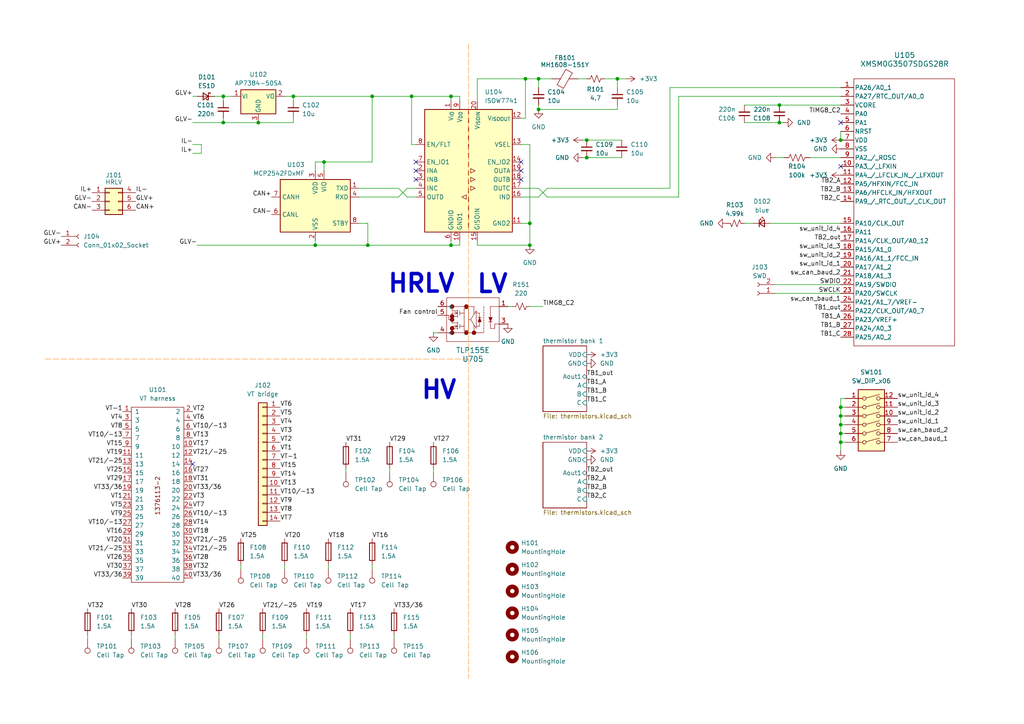
<source format=kicad_sch>
(kicad_sch (version 20250114) (generator "eeschema") (generator_version "9.0")
  (paper "A4")
  (text "HRLV" (at 132.334 85.344 0) (effects (font (size 5.08 5.08) (thickness 1.016) (bold yes)) (justify right bottom)))
  (text "LV" (at 137.922 79.502 0) (effects (font (size 5.08 5.08) (thickness 1.016) (bold yes)) (justify left top)))
  (text "HV" (at 132.842 110.236 0) (effects (font (size 5.08 5.08) (thickness 1.016) (bold yes)) (justify right top)))
  (junction (at 170.18 40.64))
  (junction (at 226.06 35.56))
  (junction (at 130.81 71.12))
  (junction (at 153.67 64.77))
  (junction (at 64.77 35.56))
  (junction (at 243.84 125.73))
  (junction (at 106.68 71.12))
  (junction (at 243.84 40.64))
  (junction (at 64.77 27.94))
  (junction (at 156.21 31.75))
  (junction (at 119.38 27.94))
  (junction (at 91.44 71.12))
  (junction (at 156.21 22.86))
  (junction (at 179.07 22.86))
  (junction (at 243.84 123.19))
  (junction (at 85.09 27.94))
  (junction (at 130.81 27.94))
  (junction (at 107.95 27.94))
  (junction (at 170.18 45.72))
  (junction (at 243.84 120.65))
  (junction (at 226.06 30.48))
  (junction (at 152.4 22.86))
  (junction (at 74.93 35.56))
  (junction (at 153.67 71.12))
  (junction (at 93.98 46.99))
  (junction (at 243.84 128.27))
  (junction (at 243.84 118.11))
  (no_connect (at 243.84 35.56))
  (no_connect (at 120.65 49.53))
  (no_connect (at 151.13 52.07))
  (no_connect (at 120.65 46.99))
  (no_connect (at 151.13 46.99))
  (no_connect (at 151.13 49.53))
  (no_connect (at 120.65 52.07))
  (no_connect (at 243.84 48.26))
  (no_connect (at 55.88 134.62))
  (wire (pts (xy 115.57 54.61) (xy 118.11 57.15)))
  (wire (pts (xy 245.11 115.57) (xy 243.84 115.57)))
  (wire (pts (xy 55.88 35.56) (xy 64.77 35.56)))
  (wire (pts (xy 243.84 123.19) (xy 243.84 125.73)))
  (wire (pts (xy 243.84 125.73) (xy 243.84 128.27)))
  (wire (pts (xy 224.79 45.72) (xy 227.33 45.72)))
  (wire (pts (xy 245.11 118.11) (xy 243.84 118.11)))
  (wire (pts (xy 118.11 54.61) (xy 115.57 57.15)))
  (wire (pts (xy 153.67 71.12) (xy 153.67 64.77)))
  (wire (pts (xy 153.67 41.91) (xy 151.13 41.91)))
  (wire (pts (xy 243.84 38.1) (xy 243.84 40.64)))
  (wire (pts (xy 55.88 41.91) (xy 58.42 41.91)))
  (wire (pts (xy 168.91 40.64) (xy 170.18 40.64)))
  (wire (pts (xy 151.13 54.61) (xy 156.21 54.61)))
  (wire (pts (xy 243.84 27.94) (xy 196.85 27.94)))
  (wire (pts (xy 138.43 69.85) (xy 138.43 71.12)))
  (wire (pts (xy 179.07 25.4) (xy 179.07 22.86)))
  (wire (pts (xy 119.38 27.94) (xy 130.81 27.94)))
  (wire (pts (xy 120.65 41.91) (xy 119.38 41.91)))
  (wire (pts (xy 153.67 64.77) (xy 153.67 41.91)))
  (wire (pts (xy 151.13 34.29) (xy 152.4 34.29)))
  (wire (pts (xy 107.95 163.83) (xy 107.95 165.1)))
  (wire (pts (xy 170.18 40.64) (xy 180.34 40.64)))
  (wire (pts (xy 215.9 35.56) (xy 226.06 35.56)))
  (wire (pts (xy 64.77 27.94) (xy 64.77 29.21)))
  (wire (pts (xy 119.38 27.94) (xy 119.38 41.91)))
  (wire (pts (xy 170.18 45.72) (xy 180.34 45.72)))
  (wire (pts (xy 151.13 64.77) (xy 153.67 64.77)))
  (wire (pts (xy 125.73 135.89) (xy 125.73 137.16)))
  (wire (pts (xy 82.55 163.83) (xy 82.55 165.1)))
  (wire (pts (xy 100.33 135.89) (xy 100.33 137.16)))
  (wire (pts (xy 76.2 184.15) (xy 76.2 185.42)))
  (wire (pts (xy 224.79 82.55) (xy 243.84 82.55)))
  (wire (pts (xy 130.81 27.94) (xy 130.81 29.21)))
  (wire (pts (xy 120.65 54.61) (xy 118.11 54.61)))
  (wire (pts (xy 114.3 184.15) (xy 114.3 185.42)))
  (wire (pts (xy 130.81 27.94) (xy 133.35 27.94)))
  (wire (pts (xy 38.1 184.15) (xy 38.1 185.42)))
  (wire (pts (xy 179.07 22.86) (xy 181.61 22.86)))
  (wire (pts (xy 194.31 25.4) (xy 243.84 25.4)))
  (wire (pts (xy 156.21 22.86) (xy 160.02 22.86)))
  (wire (pts (xy 156.21 57.15) (xy 158.75 54.61)))
  (wire (pts (xy 243.84 120.65) (xy 243.84 123.19)))
  (polyline (pts (xy 135.89 104.14) (xy 12.7 104.14)) (stroke (width 0) (type dash) (color 255 146 46 1)))
  (wire (pts (xy 243.84 128.27) (xy 243.84 130.81)))
  (wire (pts (xy 157.48 88.9) (xy 153.67 88.9)))
  (wire (pts (xy 151.13 57.15) (xy 156.21 57.15)))
  (wire (pts (xy 106.68 71.12) (xy 130.81 71.12)))
  (wire (pts (xy 85.09 27.94) (xy 85.09 29.21)))
  (wire (pts (xy 62.23 27.94) (xy 64.77 27.94)))
  (wire (pts (xy 25.4 184.15) (xy 25.4 185.42)))
  (wire (pts (xy 85.09 35.56) (xy 85.09 34.29)))
  (wire (pts (xy 179.07 31.75) (xy 179.07 30.48)))
  (wire (pts (xy 245.11 128.27) (xy 243.84 128.27)))
  (wire (pts (xy 91.44 71.12) (xy 106.68 71.12)))
  (wire (pts (xy 63.5 184.15) (xy 63.5 185.42)))
  (wire (pts (xy 64.77 27.94) (xy 67.31 27.94)))
  (wire (pts (xy 196.85 57.15) (xy 158.75 57.15)))
  (wire (pts (xy 64.77 34.29) (xy 64.77 35.56)))
  (wire (pts (xy 243.84 115.57) (xy 243.84 118.11)))
  (wire (pts (xy 93.98 46.99) (xy 91.44 46.99)))
  (wire (pts (xy 156.21 54.61) (xy 158.75 57.15)))
  (wire (pts (xy 95.25 163.83) (xy 95.25 165.1)))
  (wire (pts (xy 55.88 27.94) (xy 57.15 27.94)))
  (wire (pts (xy 243.84 118.11) (xy 243.84 120.65)))
  (wire (pts (xy 93.98 46.99) (xy 107.95 46.99)))
  (wire (pts (xy 130.81 69.85) (xy 130.81 71.12)))
  (wire (pts (xy 69.85 163.83) (xy 69.85 165.1)))
  (wire (pts (xy 223.52 64.77) (xy 243.84 64.77)))
  (wire (pts (xy 226.06 35.56) (xy 227.33 35.56)))
  (wire (pts (xy 113.03 135.89) (xy 113.03 137.16)))
  (wire (pts (xy 175.26 22.86) (xy 179.07 22.86)))
  (wire (pts (xy 101.6 184.15) (xy 101.6 185.42)))
  (wire (pts (xy 91.44 69.85) (xy 91.44 71.12)))
  (wire (pts (xy 93.98 46.99) (xy 93.98 49.53)))
  (wire (pts (xy 107.95 46.99) (xy 107.95 27.94)))
  (wire (pts (xy 64.77 35.56) (xy 74.93 35.56)))
  (wire (pts (xy 224.79 85.09) (xy 243.84 85.09)))
  (wire (pts (xy 245.11 125.73) (xy 243.84 125.73)))
  (wire (pts (xy 156.21 31.75) (xy 179.07 31.75)))
  (wire (pts (xy 168.91 45.72) (xy 170.18 45.72)))
  (wire (pts (xy 167.64 22.86) (xy 170.18 22.86)))
  (wire (pts (xy 226.06 30.48) (xy 243.84 30.48)))
  (wire (pts (xy 106.68 64.77) (xy 106.68 71.12)))
  (wire (pts (xy 118.11 57.15) (xy 120.65 57.15)))
  (wire (pts (xy 85.09 27.94) (xy 107.95 27.94)))
  (wire (pts (xy 107.95 27.94) (xy 119.38 27.94)))
  (wire (pts (xy 115.57 54.61) (xy 104.14 54.61)))
  (wire (pts (xy 125.73 96.52) (xy 127 96.52)))
  (wire (pts (xy 196.85 27.94) (xy 196.85 57.15)))
  (wire (pts (xy 85.09 27.94) (xy 82.55 27.94)))
  (wire (pts (xy 58.42 44.45) (xy 58.42 41.91)))
  (wire (pts (xy 74.93 35.56) (xy 85.09 35.56)))
  (wire (pts (xy 138.43 22.86) (xy 152.4 22.86)))
  (wire (pts (xy 152.4 22.86) (xy 156.21 22.86)))
  (wire (pts (xy 130.81 71.12) (xy 133.35 71.12)))
  (wire (pts (xy 245.11 123.19) (xy 243.84 123.19)))
  (wire (pts (xy 57.15 71.12) (xy 91.44 71.12)))
  (polyline (pts (xy 135.89 12.7) (xy 135.89 196.85)) (stroke (width 0) (type dash) (color 255 146 46 1)))
  (wire (pts (xy 133.35 71.12) (xy 133.35 69.85)))
  (wire (pts (xy 138.43 71.12) (xy 153.67 71.12)))
  (wire (pts (xy 138.43 29.21) (xy 138.43 22.86)))
  (wire (pts (xy 50.8 184.15) (xy 50.8 185.42)))
  (wire (pts (xy 104.14 64.77) (xy 106.68 64.77)))
  (wire (pts (xy 194.31 54.61) (xy 194.31 25.4)))
  (wire (pts (xy 158.75 54.61) (xy 194.31 54.61)))
  (wire (pts (xy 133.35 27.94) (xy 133.35 29.21)))
  (wire (pts (xy 156.21 22.86) (xy 156.21 25.4)))
  (wire (pts (xy 215.9 30.48) (xy 226.06 30.48)))
  (wire (pts (xy 88.9 184.15) (xy 88.9 185.42)))
  (wire (pts (xy 245.11 120.65) (xy 243.84 120.65)))
  (wire (pts (xy 115.57 57.15) (xy 104.14 57.15)))
  (wire (pts (xy 156.21 30.48) (xy 156.21 31.75)))
  (wire (pts (xy 55.88 44.45) (xy 58.42 44.45)))
  (wire (pts (xy 148.59 88.9) (xy 147.32 88.9)))
  (wire (pts (xy 215.9 64.77) (xy 218.44 64.77)))
  (wire (pts (xy 234.95 45.72) (xy 243.84 45.72)))
  (wire (pts (xy 152.4 34.29) (xy 152.4 22.86)))
  (wire (pts (xy 91.44 46.99) (xy 91.44 49.53)))
  (label "VT13" (at 81.28 140.97 0))
  (label "VT17" (at 55.88 129.54 0))
  (label "CAN-" (at 78.74 62.23 180))
  (label "VT8" (at 35.56 124.46 180))
  (label "VT25" (at 69.85 156.21 0))
  (label "TB2_B" (at 243.84 55.88 180))
  (label "GLV-" (at 26.67 58.42 180))
  (label "IL+" (at 55.88 44.45 180))
  (label "TB1_A" (at 243.84 92.71 180))
  (label "GLV-" (at 17.78 68.58 180))
  (label "sw_unit_id_4" (at 260.35 115.57 0))
  (label "VT30" (at 35.56 165.1 180))
  (label "SWCLK" (at 243.84 85.09 180))
  (label "sw_unit_id_2" (at 243.84 74.93 180))
  (label "VT32" (at 55.88 165.1 0))
  (label "VT32" (at 25.4 176.53 0))
  (label "CAN+" (at 78.74 57.15 180))
  (label "VT9" (at 81.28 146.05 0))
  (label "sw_can_baud_1" (at 243.84 87.63 180))
  (label "TIMG8_C2" (at 243.84 33.02 180))
  (label "VT25" (at 35.56 137.16 180))
  (label "VT5" (at 81.28 120.65 0))
  (label "VT19" (at 35.56 132.08 180))
  (label "sw_can_baud_1" (at 260.35 128.27 0))
  (label "VT31" (at 55.88 139.7 0))
  (label "VT1" (at 35.56 144.78 180))
  (label "VT26" (at 35.56 162.56 180))
  (label "VT33{slash}36" (at 35.56 142.24 180))
  (label "sw_unit_id_3" (at 260.35 118.11 0))
  (label "GLV+" (at 39.37 58.42 0))
  (label "VT2" (at 81.28 128.27 0))
  (label "VT9" (at 35.56 149.86 180))
  (label "sw_unit_id_3" (at 243.84 72.39 180))
  (label "IL+" (at 26.67 55.88 180))
  (label "VT10{slash}-13" (at 55.88 149.86 0))
  (label "TB1_A" (at 170.18 111.76 0))
  (label "VT5" (at 35.56 147.32 180))
  (label "VT-1" (at 81.28 133.35 0))
  (label "VT21{slash}-25" (at 76.2 176.53 0))
  (label "sw_unit_id_2" (at 260.35 120.65 0))
  (label "VT28" (at 50.8 176.53 0))
  (label "TB2_out" (at 243.84 69.85 180))
  (label "VT20" (at 82.55 156.21 0))
  (label "VT-1" (at 35.56 119.38 180))
  (label "VT10{slash}-13" (at 81.28 143.51 0))
  (label "VT29" (at 113.03 128.27 0))
  (label "TB2_C" (at 243.84 58.42 180))
  (label "GLV+" (at 55.88 27.94 180))
  (label "VT33{slash}36" (at 55.88 167.64 0))
  (label "VT31" (at 100.33 128.27 0))
  (label "VT18" (at 55.88 154.94 0))
  (label "CAN-" (at 26.67 60.96 180))
  (label "IL-" (at 39.37 55.88 0))
  (label "TB1_out" (at 170.18 109.22 0))
  (label "VT16" (at 107.95 156.21 0))
  (label "VT33{slash}36" (at 55.88 142.24 0))
  (label "VT30" (at 38.1 176.53 0))
  (label "VT20" (at 35.56 157.48 180))
  (label "VT16" (at 35.56 154.94 180))
  (label "TB1_B" (at 170.18 114.3 0))
  (label "VT14" (at 55.88 152.4 0))
  (label "VT3" (at 81.28 125.73 0))
  (label "sw_unit_id_1" (at 243.84 77.47 180))
  (label "VT18" (at 95.25 156.21 0))
  (label "VT10{slash}-13" (at 35.56 127 180))
  (label "TB2_C" (at 170.18 144.78 0))
  (label "TIMG8_C2" (at 157.48 88.9 0))
  (label "VT15" (at 81.28 135.89 0))
  (label "sw_unit_id_1" (at 260.35 123.19 0))
  (label "TB2_A" (at 170.18 139.7 0))
  (label "TB1_C" (at 243.84 97.79 180))
  (label "VT27" (at 125.73 128.27 0))
  (label "VT33{slash}36" (at 35.56 167.64 180))
  (label "VT6" (at 55.88 121.92 0))
  (label "GLV-" (at 57.15 71.12 180))
  (label "Fan control" (at 127 91.44 180))
  (label "VT29" (at 35.56 139.7 180))
  (label "VT26" (at 63.5 176.53 0))
  (label "VT14" (at 81.28 138.43 0))
  (label "TB1_C" (at 170.18 116.84 0))
  (label "VT10{slash}-13" (at 55.88 124.46 0))
  (label "GLV-" (at 55.88 35.56 180))
  (label "VT7" (at 55.88 147.32 0))
  (label "TB2_out" (at 170.18 137.16 0))
  (label "sw_can_baud_2" (at 243.84 80.01 180))
  (label "VT21{slash}-25" (at 55.88 160.02 0))
  (label "VT10{slash}-13" (at 35.56 152.4 180))
  (label "TB1_B" (at 243.84 95.25 180))
  (label "VT33{slash}36" (at 114.3 176.53 0))
  (label "CAN+" (at 39.37 60.96 0))
  (label "sw_can_baud_2" (at 260.35 125.73 0))
  (label "VT28" (at 55.88 162.56 0))
  (label "VT3" (at 55.88 144.78 0))
  (label "VT19" (at 88.9 176.53 0))
  (label "VT27" (at 55.88 137.16 0))
  (label "VT21{slash}-25" (at 35.56 160.02 180))
  (label "VT4" (at 81.28 123.19 0))
  (label "VT21{slash}-25" (at 55.88 157.48 0))
  (label "VT13" (at 55.88 127 0))
  (label "TB1_out" (at 243.84 90.17 180))
  (label "VT7" (at 81.28 151.13 0))
  (label "VT2" (at 55.88 119.38 0))
  (label "GLV+" (at 17.78 71.12 180))
  (label "VT6" (at 81.28 118.11 0))
  (label "VT8" (at 81.28 148.59 0))
  (label "VT17" (at 101.6 176.53 0))
  (label "sw_unit_id_4" (at 243.84 67.31 180))
  (label "VT21{slash}-25" (at 55.88 132.08 0))
  (label "VT21{slash}-25" (at 35.56 134.62 180))
  (label "SWDIO" (at 243.84 82.55 180))
  (label "TB2_B" (at 170.18 142.24 0))
  (label "TB2_A" (at 243.84 53.34 180))
  (label "IL-" (at 55.88 41.91 180))
  (label "VT1" (at 81.28 130.81 0))
  (label "VT4" (at 35.56 121.92 180))
  (label "VT15" (at 35.56 129.54 180))
  (symbol (lib_id "Connector:TestPoint") (at 101.6 185.42 180) (unit 1)
    (property "Reference" "TP113" (at 104.14 187.4519 0) (effects (justify right)))
    (property "Value" "Cell Tap" (at 104.14 189.9919 0) (effects (justify right)))
    (property "Footprint" "zzLocalLibraries-Footprints:pad 2.667x6.472mm" (effects (hide yes)))
    (property "Description" "test point" (effects (hide yes)))
  )
  (symbol (lib_id "Device:Fuse") (at 63.5 180.34 0) (unit 1)
    (property "Reference" "F107" (at 66.04 179.0699 0) (effects (justify left)))
    (property "Value" "1.5A" (at 66.04 181.6099 0) (effects (justify left)))
    (property "Footprint" "zzLocalLibraries-Footprints:yageo fuse 6.1x2.5mm midplane" (effects (hide yes)))
    (property "Description" "Fuse" (effects (hide yes)))
    (property "mouser" "https://www.mouser.com/ProductDetail/YAGEO/JC24F1251R?qs=iLKYxzqNS76OowKL6e%252Bptg%3D%3D" (effects (hide yes)))
    (property "unit x1" "0.18" (effects (hide yes)))
    (property "unit x10" "0.147" (effects (hide yes)))
    (property "unit x50" "0.131" (effects (hide yes)))
    (property "unit x100" "0.122" (effects (hide yes)))
  )
  (symbol (lib_id "Device:R_Small_US") (at 151.13 88.9 90) (unit 1)
    (property "Reference" "R151" (at 151.13 82.55 90))
    (property "Value" "220" (at 151.13 85.09 90))
    (property "Footprint" "Resistor_SMD:R_1206_3216Metric" (effects (hide yes)))
    (property "Description" "Resistor, small US symbol" (effects (hide yes)))
  )
  (symbol (lib_id "Regulator_Linear:AP7384-50SA") (at 74.93 27.94 0) (unit 1)
    (property "Reference" "U102" (at 74.93 21.59 0))
    (property "Value" "AP7384-50SA" (at 74.93 24.13 0))
    (property "Footprint" "Package_TO_SOT_SMD:SOT-23-3" (effects (hide yes)))
    (property "Datasheet" "https://www.diodes.com/assets/Datasheets/AP7384.pdf" (effects (hide yes)))
    (property "Description" "50mA Low Dropout Voltage Regulator, Fixed Output 5V, Wide Input Voltage Range 40V, SOT-23" (effects (hide yes)))
    (property "mouser" "https://www.mouser.com/ProductDetail/Diodes-Incorporated/AP7375-50SA-7?qs=t7xnP681wgX8yYKy1Pe5iA%3D%3D" (effects (hide yes)))
    (property "unit x1" "0.25" (effects (hide yes)))
    (property "unit x10" "0.174" (effects (hide yes)))
    (property "unit x25" "0.154" (effects (hide yes)))
  )
  (symbol (lib_id "power:GND") (at 153.67 71.12 0) (unit 1)
    (property "Reference" "#PWR0101" (effects (hide yes)))
    (property "Value" "GND" (at 153.67 76.2 0))
    (property "Description" "Power symbol creates a global label with name \"GND\" , ground" (effects (hide yes)))
  )
  (symbol (lib_id "power:+3V3") (at 181.61 22.86 270) (unit 1)
    (property "Reference" "#PWR0107" (effects (hide yes)))
    (property "Value" "+3V3" (at 185.42 22.8599 90) (effects (justify left)))
    (property "Description" "Power symbol creates a global label with name \"+3V3\"" (effects (hide yes)))
  )
  (symbol (lib_id "power:GND") (at 243.84 43.18 270) (unit 1)
    (property "Reference" "#PWR0112" (effects (hide yes)))
    (property "Value" "GND" (at 240.03 43.1799 90) (effects (justify right)))
    (property "Description" "Power symbol creates a global label with name \"GND\" , ground" (effects (hide yes)))
  )
  (symbol (lib_id "power:+3V3") (at 168.91 40.64 90) (unit 1)
    (property "Reference" "#PWR0114" (effects (hide yes)))
    (property "Value" "+3V3" (at 165.1 40.6399 90) (effects (justify left)))
    (property "Description" "Power symbol creates a global label with name \"+3V3\"" (effects (hide yes)))
  )
  (symbol (lib_id "power:GND") (at 168.91 45.72 270) (unit 1)
    (property "Reference" "#PWR0115" (effects (hide yes)))
    (property "Value" "GND" (at 165.1 45.7199 90) (effects (justify right)))
    (property "Description" "Power symbol creates a global label with name \"GND\" , ground" (effects (hide yes)))
  )
  (symbol (lib_id "Device:C_Small") (at 180.34 43.18 0) (unit 1)
    (property "Reference" "C110" (at 182.88 41.9162 0) (effects (justify left)))
    (property "Value" "10u" (at 182.88 44.4562 0) (effects (justify left)))
    (property "Footprint" "Capacitor_SMD:C_1206_3216Metric_Pad1.33x1.80mm_HandSolder" (effects (hide yes)))
    (property "mouser" "https://www.mouser.com/ProductDetail/Samsung-Electro-Mechanics/CL31A106KBHNNNE?qs=sGAEpiMZZMsh%252B1woXyUXjxqcB7t9naYpzWmpMbMJIKQ%3D" (effects (hide yes)))
    (property "specs" "10uF, 50VDC, X5R, 10%, -55C, +85C" (effects (hide yes)))
    (property "unit x10" "0.07" (effects (hide yes)))
  )
  (symbol (lib_id "power:+3V3") (at 243.84 40.64 90) (unit 1)
    (property "Reference" "#PWR0108" (effects (hide yes)))
    (property "Value" "+3V3" (at 240.03 40.6399 90) (effects (justify left)))
    (property "Description" "Power symbol creates a global label with name \"+3V3\"" (effects (hide yes)))
  )
  (symbol (lib_id "Mechanical:MountingHole") (at 148.59 184.15 0) (unit 1) (in_bom no)
    (property "Reference" "H105" (at 151.13 182.8799 0) (effects (justify left)))
    (property "Value" "MountingHole" (at 151.13 185.4199 0) (effects (justify left)))
    (property "Footprint" "MountingHole:MountingHole_3.5mm" (effects (hide yes)))
    (property "Description" "Mounting Hole without connection" (effects (hide yes)))
  )
  (symbol (lib_id "Switch:SW_DIP_x06") (at 252.73 123.19 0) (unit 1)
    (property "Reference" "SW101" (at 252.73 107.95 0))
    (property "Value" "SW_DIP_x06" (at 252.73 110.49 0))
    (property "Footprint" "Button_Switch_SMD:SW_DIP_SPSTx06_Slide_Copal_CHS-06B_W7.62mm_P1.27mm" (effects (hide yes)))
    (property "Description" "6x DIP Switch, Single Pole Single Throw (SPST) switch, small symbol" (effects (hide yes)))
    (property "mouser" "https://www.mouser.com/ProductDetail/Same-Sky/DS05-127-2-06BK-SMT-TR?qs=wnTfsH77Xs4komqOSO1RHA%3D%3D&srsltid=AfmBOoqYZ0ET69OYj9FMLbB77IkiC9Z727tyrlpyKPFisHyXLURIY2sR" (effects (hide yes)))
    (property "unit x1" "1.64" (effects (hide yes)))
    (property "unit x10" "1.39" (effects (hide yes)))
  )
  (symbol (lib_id "Connector:TestPoint") (at 76.2 185.42 180) (unit 1)
    (property "Reference" "TP109" (at 78.74 187.4519 0) (effects (justify right)))
    (property "Value" "Cell Tap" (at 78.74 189.9919 0) (effects (justify right)))
    (property "Footprint" "zzLocalLibraries-Footprints:pad 2.667x6.472mm" (effects (hide yes)))
    (property "Description" "test point" (effects (hide yes)))
  )
  (symbol (lib_id "power:+3V3") (at 170.18 130.81 270) (unit 1)
    (property "Reference" "#PWR0105" (effects (hide yes)))
    (property "Value" "+3V3" (at 173.99 130.8099 90) (effects (justify left)))
    (property "Description" "Power symbol creates a global label with name \"+3V3\"" (effects (hide yes)))
  )
  (symbol (lib_id "Interface_CAN_LIN:MCP2542FDxMF") (at 91.44 59.69 0) (mirror y) (unit 1)
    (property "Reference" "U103" (at 88.392 47.752 0) (effects (justify left)))
    (property "Value" "MCP2542FDxMF" (at 88.392 50.292 0) (effects (justify left)))
    (property "Footprint" "Package_SO:SOIC-8_3.9x4.9mm_P1.27mm" (effects (hide yes)))
    (property "Datasheet" "http://ww1.microchip.com/downloads/en/DeviceDoc/MCP2542FD-4FD-MCP2542WFD-4WFD-Data-Sheet20005514B.pdf" (effects (hide yes)))
    (property "Description" "CAN-FD Transceiver, Wake-Up on CAN activity, 8Mbps, 5V supply, STBY pin, 3x3 DFN-8" (effects (hide yes)))
    (property "mouser" "https://www.mouser.com/ProductDetail/579-MCP2542FD-E-SN" (effects (hide yes)))
    (property "unit x10" "0.86" (effects (hide yes)))
  )
  (symbol (lib_id "Device:Fuse") (at 25.4 180.34 0) (unit 1)
    (property "Reference" "F101" (at 27.94 179.0699 0) (effects (justify left)))
    (property "Value" "1.5A" (at 27.94 181.6099 0) (effects (justify left)))
    (property "Footprint" "zzLocalLibraries-Footprints:yageo fuse 6.1x2.5mm midplane" (effects (hide yes)))
    (property "Description" "Fuse" (effects (hide yes)))
    (property "mouser" "https://www.mouser.com/ProductDetail/YAGEO/JC24F1251R?qs=iLKYxzqNS76OowKL6e%252Bptg%3D%3D" (effects (hide yes)))
    (property "unit x1" "0.18" (effects (hide yes)))
    (property "unit x10" "0.147" (effects (hide yes)))
    (property "unit x50" "0.131" (effects (hide yes)))
    (property "unit x100" "0.122" (effects (hide yes)))
  )
  (symbol (lib_id "Connector:TestPoint") (at 88.9 185.42 180) (unit 1)
    (property "Reference" "TP111" (at 91.44 187.4519 0) (effects (justify right)))
    (property "Value" "Cell Tap" (at 91.44 189.9919 0) (effects (justify right)))
    (property "Footprint" "zzLocalLibraries-Footprints:pad 2.667x6.472mm" (effects (hide yes)))
    (property "Description" "test point" (effects (hide yes)))
  )
  (symbol (lib_id "Device:Fuse") (at 95.25 160.02 0) (unit 1)
    (property "Reference" "F112" (at 97.79 158.7499 0) (effects (justify left)))
    (property "Value" "1.5A" (at 97.79 161.2899 0) (effects (justify left)))
    (property "Footprint" "zzLocalLibraries-Footprints:yageo fuse 6.1x2.5mm midplane" (effects (hide yes)))
    (property "Description" "Fuse" (effects (hide yes)))
    (property "mouser" "https://www.mouser.com/ProductDetail/YAGEO/JC24F1251R?qs=iLKYxzqNS76OowKL6e%252Bptg%3D%3D" (effects (hide yes)))
    (property "unit x1" "0.18" (effects (hide yes)))
    (property "unit x10" "0.147" (effects (hide yes)))
    (property "unit x50" "0.131" (effects (hide yes)))
    (property "unit x100" "0.122" (effects (hide yes)))
  )
  (symbol (lib_id "Device:C_Small") (at 226.06 33.02 180) (unit 1)
    (property "Reference" "C108" (at 223.52 34.2838 0) (effects (justify left)))
    (property "Value" "220n" (at 223.52 31.7438 0) (effects (justify left)))
    (property "Footprint" "Capacitor_SMD:C_0805_2012Metric_Pad1.18x1.45mm_HandSolder" (effects (hide yes)))
    (property "Datasheet" "https://www.mouser.com/ProductDetail/Samsung-Electro-Mechanics/CL31B224KBFNNNF?qs=sGAEpiMZZMsh%252B1woXyUXj7iNKXiFkBmw7C%252BUlKpuDJ8%3D" (effects (hide yes)))
    (property "mouser" "https://www.mouser.com/ProductDetail/Samsung-Electro-Mechanics/CL21B224KCFSFNE?qs=664zcAxDQ0l4Y1eUk6Zc1g%3D%3D" (effects (hide yes)))
    (property "specs" "100VDC, X7R, 10%, -55C, +125C, 220nF" (effects (hide yes)))
    (property "unit x10" "0.054" (effects (hide yes)))
  )
  (symbol (lib_id "Device:Fuse") (at 113.03 132.08 0) (unit 1)
    (property "Reference" "F104" (at 115.57 130.8099 0) (effects (justify left)))
    (property "Value" "1.5A" (at 115.57 133.3499 0) (effects (justify left)))
    (property "Footprint" "zzLocalLibraries-Footprints:yageo fuse 6.1x2.5mm midplane" (effects (hide yes)))
    (property "Description" "Fuse" (effects (hide yes)))
    (property "mouser" "https://www.mouser.com/ProductDetail/YAGEO/JC24F1251R?qs=iLKYxzqNS76OowKL6e%252Bptg%3D%3D" (effects (hide yes)))
    (property "unit x1" "0.18" (effects (hide yes)))
    (property "unit x10" "0.147" (effects (hide yes)))
    (property "unit x50" "0.131" (effects (hide yes)))
    (property "unit x100" "0.122" (effects (hide yes)))
  )
  (symbol (lib_id "Connector:TestPoint") (at 114.3 185.42 180) (unit 1)
    (property "Reference" "TP115" (at 116.84 187.4519 0) (effects (justify right)))
    (property "Value" "Cell Tap" (at 116.84 189.9919 0) (effects (justify right)))
    (property "Footprint" "zzLocalLibraries-Footprints:pad 2.667x6.472mm" (effects (hide yes)))
    (property "Description" "test point" (effects (hide yes)))
  )
  (symbol (lib_id "Device:Fuse") (at 88.9 180.34 0) (unit 1)
    (property "Reference" "F111" (at 91.44 179.0699 0) (effects (justify left)))
    (property "Value" "1.5A" (at 91.44 181.6099 0) (effects (justify left)))
    (property "Footprint" "zzLocalLibraries-Footprints:yageo fuse 6.1x2.5mm midplane" (effects (hide yes)))
    (property "Description" "Fuse" (effects (hide yes)))
    (property "mouser" "https://www.mouser.com/ProductDetail/YAGEO/JC24F1251R?qs=iLKYxzqNS76OowKL6e%252Bptg%3D%3D" (effects (hide yes)))
    (property "unit x1" "0.18" (effects (hide yes)))
    (property "unit x10" "0.147" (effects (hide yes)))
    (property "unit x50" "0.131" (effects (hide yes)))
    (property "unit x100" "0.122" (effects (hide yes)))
  )
  (symbol (lib_id "Mechanical:MountingHole") (at 148.59 171.45 0) (unit 1) (in_bom no)
    (property "Reference" "H103" (at 151.13 170.1799 0) (effects (justify left)))
    (property "Value" "MountingHole" (at 151.13 172.7199 0) (effects (justify left)))
    (property "Footprint" "MountingHole:MountingHole_3.5mm" (effects (hide yes)))
    (property "Description" "Mounting Hole without connection" (effects (hide yes)))
  )
  (symbol (lib_id "Mechanical:MountingHole") (at 148.59 165.1 0) (unit 1) (in_bom no)
    (property "Reference" "H102" (at 151.13 163.8299 0) (effects (justify left)))
    (property "Value" "MountingHole" (at 151.13 166.3699 0) (effects (justify left)))
    (property "Footprint" "MountingHole:MountingHole_3.5mm" (effects (hide yes)))
    (property "Description" "Mounting Hole without connection" (effects (hide yes)))
  )
  (symbol (lib_id "power:+3V3") (at 243.84 50.8 90) (unit 1)
    (property "Reference" "#PWR0116" (effects (hide yes)))
    (property "Value" "+3V3" (at 240.03 50.7999 90) (effects (justify left)))
    (property "Description" "Power symbol creates a global label with name \"+3V3\"" (effects (hide yes)))
  )
  (symbol (lib_id "power:+3V3") (at 170.18 102.87 270) (unit 1)
    (property "Reference" "#PWR0103" (effects (hide yes)))
    (property "Value" "+3V3" (at 173.99 102.8699 90) (effects (justify left)))
    (property "Description" "Power symbol creates a global label with name \"+3V3\"" (effects (hide yes)))
  )
  (symbol (lib_id "Device:Fuse") (at 107.95 160.02 0) (unit 1)
    (property "Reference" "F114" (at 110.49 158.7499 0) (effects (justify left)))
    (property "Value" "1.5A" (at 110.49 161.2899 0) (effects (justify left)))
    (property "Footprint" "zzLocalLibraries-Footprints:yageo fuse 6.1x2.5mm midplane" (effects (hide yes)))
    (property "Description" "Fuse" (effects (hide yes)))
    (property "mouser" "https://www.mouser.com/ProductDetail/YAGEO/JC24F1251R?qs=iLKYxzqNS76OowKL6e%252Bptg%3D%3D" (effects (hide yes)))
    (property "unit x1" "0.18" (effects (hide yes)))
    (property "unit x10" "0.147" (effects (hide yes)))
    (property "unit x50" "0.131" (effects (hide yes)))
    (property "unit x100" "0.122" (effects (hide yes)))
  )
  (symbol (lib_id "Connector:TestPoint") (at 82.55 165.1 180) (unit 1)
    (property "Reference" "TP110" (at 85.09 167.1319 0) (effects (justify right)))
    (property "Value" "Cell Tap" (at 85.09 169.6719 0) (effects (justify right)))
    (property "Footprint" "zzLocalLibraries-Footprints:pad 2.667x6.472mm" (effects (hide yes)))
    (property "Description" "test point" (effects (hide yes)))
  )
  (symbol (lib_id "Device:C_Small") (at 64.77 31.75 0) (mirror y) (unit 1)
    (property "Reference" "C101" (at 62.23 30.4862 0) (effects (justify left)))
    (property "Value" "220n" (at 62.23 33.0262 0) (effects (justify left)))
    (property "Footprint" "Capacitor_SMD:C_0805_2012Metric_Pad1.18x1.45mm_HandSolder" (effects (hide yes)))
    (property "Datasheet" "https://www.mouser.com/ProductDetail/Samsung-Electro-Mechanics/CL31B224KBFNNNF?qs=sGAEpiMZZMsh%252B1woXyUXj7iNKXiFkBmw7C%252BUlKpuDJ8%3D" (effects (hide yes)))
    (property "mouser" "https://www.mouser.com/ProductDetail/Samsung-Electro-Mechanics/CL21B224KCFSFNE?qs=664zcAxDQ0l4Y1eUk6Zc1g%3D%3D" (effects (hide yes)))
    (property "specs" "100VDC, X7R, 10%, -55C, +125C, 220nF" (effects (hide yes)))
    (property "unit x10" "0.054" (effects (hide yes)))
  )
  (symbol (lib_id "zzLocalLibrary:TLP155E") (at 152.4 88.9 0) (mirror y) (unit 1)
    (property "Reference" "U705" (at 137.16 104.14 0) (effects (font (size 1.524 1.524))))
    (property "Value" "TLP155E" (at 137.16 101.6 0) (effects (font (size 1.524 1.524))))
    (property "Footprint" "zzLocalLibraries-Footprints:U_SO6_11-4L1_TOS-M" (effects (hide yes)))
    (property "Datasheet" "https://toshiba.semicon-storage.com/info/docget.jsp?did=61170&prodName=TLP155E" (effects (hide yes)))
    (property "mouser" "https://www.mouser.com/ProductDetail/Toshiba/TLP155ETPLE?qs=sGAEpiMZZMttRlfKh3fYa7Y4ravoBUPKtYLbKD3038k%3D" (effects (hide yes)))
    (property "unit x10" "0.719" (effects (hide yes)))
    (property "unit x1" "1.03" (effects (hide yes)))
    (property "specs" "led{5Vr, 15mA, (1.4, 1.8)Vf,40mW}" (effects (hide yes)))
  )
  (symbol (lib_id "zzLocalLibrary:13761132") (at 45.72 143.51 270) (unit 1)
    (property "Reference" "U101" (at 45.72 113.03 90))
    (property "Value" "VT harness" (at 45.72 115.57 90))
    (property "Footprint" "zzLocalLibraries-Footprints:13761132" (effects (hide yes)))
  )
  (symbol (lib_id "Connector:TestPoint") (at 50.8 185.42 180) (unit 1)
    (property "Reference" "TP105" (at 53.34 187.4519 0) (effects (justify right)))
    (property "Value" "Cell Tap" (at 53.34 189.9919 0) (effects (justify right)))
    (property "Footprint" "zzLocalLibraries-Footprints:pad 2.667x6.472mm" (effects (hide yes)))
    (property "Description" "test point" (effects (hide yes)))
  )
  (symbol (lib_id "Device:Fuse") (at 38.1 180.34 0) (unit 1)
    (property "Reference" "F103" (at 40.64 179.0699 0) (effects (justify left)))
    (property "Value" "1.5A" (at 40.64 181.6099 0) (effects (justify left)))
    (property "Footprint" "zzLocalLibraries-Footprints:yageo fuse 6.1x2.5mm midplane" (effects (hide yes)))
    (property "Description" "Fuse" (effects (hide yes)))
    (property "mouser" "https://www.mouser.com/ProductDetail/YAGEO/JC24F1251R?qs=iLKYxzqNS76OowKL6e%252Bptg%3D%3D" (effects (hide yes)))
    (property "unit x1" "0.18" (effects (hide yes)))
    (property "unit x10" "0.147" (effects (hide yes)))
    (property "unit x50" "0.131" (effects (hide yes)))
    (property "unit x100" "0.122" (effects (hide yes)))
  )
  (symbol (lib_id "power:GND") (at 125.73 96.52 0) (unit 1)
    (property "Reference" "#PWR02" (effects (hide yes)))
    (property "Value" "GND" (at 125.73 101.6 0))
    (property "Description" "Power symbol creates a global label with name \"GND\" , ground" (effects (hide yes)))
  )
  (symbol (lib_id "Device:FerriteBead") (at 163.83 22.86 90) (unit 1)
    (property "Reference" "FB101" (at 163.8808 16.764 90))
    (property "Value" "MH1608-151Y" (at 163.83 18.796 90))
    (property "Footprint" "Inductor_SMD:L_0603_1608Metric_Pad1.05x0.95mm_HandSolder" (effects (hide yes)))
    (property "Description" "Ferrite bead" (effects (hide yes)))
    (property "specs" "150R@100Mhz +-25%, 0.1@DC, 2A max, -55C, +125C" (effects (hide yes)))
    (property "mouser" "https://www.mouser.com/ProductDetail/Bourns/MH1608-151Y?qs=aqFbwuCjQomGpgiGtpDD0g%3D%3D" (effects (hide yes)))
    (property "unit x1" "0.10" (effects (hide yes)))
    (property "unit x10" "0.07" (effects (hide yes)))
    (property "unit x25" "0.055" (effects (hide yes)))
  )
  (symbol (lib_id "Device:Fuse") (at 125.73 132.08 0) (unit 1)
    (property "Reference" "F106" (at 128.27 130.8099 0) (effects (justify left)))
    (property "Value" "1.5A" (at 128.27 133.3499 0) (effects (justify left)))
    (property "Footprint" "zzLocalLibraries-Footprints:yageo fuse 6.1x2.5mm midplane" (effects (hide yes)))
    (property "Description" "Fuse" (effects (hide yes)))
    (property "mouser" "https://www.mouser.com/ProductDetail/YAGEO/JC24F1251R?qs=iLKYxzqNS76OowKL6e%252Bptg%3D%3D" (effects (hide yes)))
    (property "unit x1" "0.18" (effects (hide yes)))
    (property "unit x10" "0.147" (effects (hide yes)))
    (property "unit x50" "0.131" (effects (hide yes)))
    (property "unit x100" "0.122" (effects (hide yes)))
  )
  (symbol (lib_id "Device:R_US") (at 231.14 45.72 270) (unit 1)
    (property "Reference" "R104" (at 231.14 48.26 90))
    (property "Value" "100k" (at 231.14 50.8 90))
    (property "Footprint" "Resistor_SMD:R_1206_3216Metric_Pad1.30x1.75mm_HandSolder" (effects (hide yes)))
    (property "Datasheet" "https://www.mouser.com/ProductDetail/Bourns/CHV1206-FX-1003EST?qs=QNEnbhJQKvb7tN9X9nEnDA%3D%3D" (effects (hide yes)))
    (property "Description" "Resistor, US symbol" (effects (hide yes)))
    (property "mouser" "https://www.mouser.com/ProductDetail/Bourns/CHV1206-FX-1003EST?qs=QNEnbhJQKvb7tN9X9nEnDA%3D%3D" (effects (hide yes)))
    (property "specs" "100kOhm, 800V, 250mW, 100PPM, 1%, -55C, 155C" (effects (hide yes)))
    (property "unit x10" "0.083" (effects (hide yes)))
  )
  (symbol (lib_id "Mechanical:MountingHole") (at 148.59 158.75 0) (unit 1) (in_bom no)
    (property "Reference" "H101" (at 151.13 157.4799 0) (effects (justify left)))
    (property "Value" "MountingHole" (at 151.13 160.0199 0) (effects (justify left)))
    (property "Footprint" "MountingHole:MountingHole_3.5mm" (effects (hide yes)))
    (property "Description" "Mounting Hole without connection" (effects (hide yes)))
  )
  (symbol (lib_id "Connector:TestPoint") (at 107.95 165.1 180) (unit 1)
    (property "Reference" "TP114" (at 110.49 167.1319 0) (effects (justify right)))
    (property "Value" "Cell Tap" (at 110.49 169.6719 0) (effects (justify right)))
    (property "Footprint" "zzLocalLibraries-Footprints:pad 2.667x6.472mm" (effects (hide yes)))
    (property "Description" "test point" (effects (hide yes)))
  )
  (symbol (lib_id "power:GND") (at 227.33 35.56 90) (unit 1)
    (property "Reference" "#PWR0111" (effects (hide yes)))
    (property "Value" "GND" (at 231.14 35.5599 90) (effects (justify right)))
    (property "Description" "Power symbol creates a global label with name \"GND\" , ground" (effects (hide yes)))
  )
  (symbol (lib_id "Device:Fuse") (at 101.6 180.34 0) (unit 1)
    (property "Reference" "F113" (at 104.14 179.0699 0) (effects (justify left)))
    (property "Value" "1.5A" (at 104.14 181.6099 0) (effects (justify left)))
    (property "Footprint" "zzLocalLibraries-Footprints:yageo fuse 6.1x2.5mm midplane" (effects (hide yes)))
    (property "Description" "Fuse" (effects (hide yes)))
    (property "mouser" "https://www.mouser.com/ProductDetail/YAGEO/JC24F1251R?qs=iLKYxzqNS76OowKL6e%252Bptg%3D%3D" (effects (hide yes)))
    (property "unit x1" "0.18" (effects (hide yes)))
    (property "unit x10" "0.147" (effects (hide yes)))
    (property "unit x50" "0.131" (effects (hide yes)))
    (property "unit x100" "0.122" (effects (hide yes)))
  )
  (symbol (lib_id "Mechanical:MountingHole") (at 148.59 190.5 0) (unit 1) (in_bom no)
    (property "Reference" "H106" (at 151.13 189.2299 0) (effects (justify left)))
    (property "Value" "MountingHole" (at 151.13 191.7699 0) (effects (justify left)))
    (property "Footprint" "MountingHole:MountingHole_3.5mm" (effects (hide yes)))
    (property "Description" "Mounting Hole without connection" (effects (hide yes)))
  )
  (symbol (lib_id "Device:R_Small_US") (at 213.36 64.77 90) (mirror x) (unit 1)
    (property "Reference" "R103" (at 213.106 59.436 90))
    (property "Value" "4.99k" (at 213.106 61.976 90))
    (property "Footprint" "Resistor_SMD:R_1206_3216Metric_Pad1.30x1.75mm_HandSolder" (effects (hide yes)))
    (property "Description" "Resistor, US symbol" (effects (hide yes)))
    (property "mouser" "https://www.mouser.com/ProductDetail/SEI-Stackpole/RNCP1206FTD4K99?qs=sGAEpiMZZMvdGkrng054tyMPH50YnZ95yR%2FF2bQQIaAb5UdPiGbTtQ%3D%3D" (effects (hide yes)))
    (property "specs" "4.99kOhm, 200V, 500mW, 1%, 100PPM, -55C, +155C" (effects (hide yes)))
    (property "unit x10" "0.016" (effects (hide yes)))
    (property "unit x1" "0.1" (effects (hide yes)))
  )
  (symbol (lib_id "zzLocalLibrary:XMSM0G3507SDGS28R") (at 261.62 60.96 0) (unit 1)
    (property "Reference" "U105" (at 262.382 16.002 0) (effects (font (size 1.524 1.524))))
    (property "Value" "XMSM0G3507SDGS28R" (at 262.382 18.542 0) (effects (font (size 1.524 1.524))))
    (property "Footprint" "zzLocalLibraries-Footprints:VSSOP28_DGS_TEX-M" (effects (hide yes)))
    (property "Datasheet" "https://www.ti.com/lit/gpn/mspm0g3507" (effects (hide yes)))
    (property "Description" "theres like 5 variants with 1 letter different, make sure it fits!" (effects (hide yes)))
    (property "mouser" "https://www.mouser.com/ProductDetail/Texas-Instruments/MSPM0G3507SDGS28R?qs=sGAEpiMZZMuI9neUTtPr757IDD%2FwidVOASL%252BOMa3IXXc2xnWhy0sWg%3D%3D" (effects (hide yes)))
    (property "unit x10" "02.14" (effects (hide yes)))
    (property "unit x1" "3.25" (effects (hide yes)))
  )
  (symbol (lib_id "Connector:TestPoint") (at 95.25 165.1 180) (unit 1)
    (property "Reference" "TP112" (at 97.79 167.1319 0) (effects (justify right)))
    (property "Value" "Cell Tap" (at 97.79 169.6719 0) (effects (justify right)))
    (property "Footprint" "zzLocalLibraries-Footprints:pad 2.667x6.472mm" (effects (hide yes)))
    (property "Description" "test point" (effects (hide yes)))
  )
  (symbol (lib_id "Device:C_Small") (at 85.09 31.75 0) (unit 1)
    (property "Reference" "C102" (at 87.63 30.4862 0) (effects (justify left)))
    (property "Value" "10u" (at 87.63 33.0262 0) (effects (justify left)))
    (property "Footprint" "Capacitor_SMD:C_1206_3216Metric_Pad1.33x1.80mm_HandSolder" (effects (hide yes)))
    (property "mouser" "https://www.mouser.com/ProductDetail/Samsung-Electro-Mechanics/CL31A106KBHNNNE?qs=sGAEpiMZZMsh%252B1woXyUXjxqcB7t9naYpzWmpMbMJIKQ%3D" (effects (hide yes)))
    (property "specs" "10uF, 50VDC, X5R, 10%, -55C, +85C" (effects (hide yes)))
    (property "unit x10" "0.07" (effects (hide yes)))
  )
  (symbol (lib_id "Connector:TestPoint") (at 125.73 137.16 180) (unit 1)
    (property "Reference" "TP106" (at 128.27 139.1919 0) (effects (justify right)))
    (property "Value" "Cell Tap" (at 128.27 141.7319 0) (effects (justify right)))
    (property "Footprint" "zzLocalLibraries-Footprints:pad 2.667x6.472mm" (effects (hide yes)))
    (property "Description" "test point" (effects (hide yes)))
  )
  (symbol (lib_id "Connector:TestPoint") (at 100.33 137.16 180) (unit 1)
    (property "Reference" "TP102" (at 102.87 139.1919 0) (effects (justify right)))
    (property "Value" "Cell Tap" (at 102.87 141.7319 0) (effects (justify right)))
    (property "Footprint" "zzLocalLibraries-Footprints:pad 2.667x6.472mm" (effects (hide yes)))
    (property "Description" "test point" (effects (hide yes)))
  )
  (symbol (lib_id "Connector:TestPoint") (at 113.03 137.16 180) (unit 1)
    (property "Reference" "TP104" (at 115.57 139.1919 0) (effects (justify right)))
    (property "Value" "Cell Tap" (at 115.57 141.7319 0) (effects (justify right)))
    (property "Footprint" "zzLocalLibraries-Footprints:pad 2.667x6.472mm" (effects (hide yes)))
    (property "Description" "test point" (effects (hide yes)))
  )
  (symbol (lib_id "Connector:TestPoint") (at 69.85 165.1 180) (unit 1)
    (property "Reference" "TP108" (at 72.39 167.1319 0) (effects (justify right)))
    (property "Value" "Cell Tap" (at 72.39 169.6719 0) (effects (justify right)))
    (property "Footprint" "zzLocalLibraries-Footprints:pad 2.667x6.472mm" (effects (hide yes)))
    (property "Description" "test point" (effects (hide yes)))
  )
  (symbol (lib_id "Device:Fuse") (at 114.3 180.34 0) (unit 1)
    (property "Reference" "F115" (at 116.84 179.0699 0) (effects (justify left)))
    (property "Value" "1.5A" (at 116.84 181.6099 0) (effects (justify left)))
    (property "Footprint" "zzLocalLibraries-Footprints:yageo fuse 6.1x2.5mm midplane" (effects (hide yes)))
    (property "Description" "Fuse" (effects (hide yes)))
    (property "mouser" "https://www.mouser.com/ProductDetail/YAGEO/JC24F1251R?qs=iLKYxzqNS76OowKL6e%252Bptg%3D%3D" (effects (hide yes)))
    (property "unit x1" "0.18" (effects (hide yes)))
    (property "unit x10" "0.147" (effects (hide yes)))
    (property "unit x50" "0.131" (effects (hide yes)))
    (property "unit x100" "0.122" (effects (hide yes)))
  )
  (symbol (lib_id "Device:C_Small") (at 156.21 27.94 0) (unit 1)
    (property "Reference" "C104" (at 158.75 26.6762 0) (effects (justify left)))
    (property "Value" "10u" (at 158.75 29.2162 0) (effects (justify left)))
    (property "Footprint" "Capacitor_SMD:C_1206_3216Metric_Pad1.33x1.80mm_HandSolder" (effects (hide yes)))
    (property "mouser" "https://www.mouser.com/ProductDetail/Samsung-Electro-Mechanics/CL31A106KBHNNNE?qs=sGAEpiMZZMsh%252B1woXyUXjxqcB7t9naYpzWmpMbMJIKQ%3D" (effects (hide yes)))
    (property "specs" "10uF, 50VDC, X5R, 10%, -55C, +85C" (effects (hide yes)))
    (property "unit x10" "0.07" (effects (hide yes)))
  )
  (symbol (lib_id "Connector:TestPoint") (at 38.1 185.42 180) (unit 1)
    (property "Reference" "TP103" (at 40.64 187.4519 0) (effects (justify right)))
    (property "Value" "Cell Tap" (at 40.64 189.9919 0) (effects (justify right)))
    (property "Footprint" "zzLocalLibraries-Footprints:pad 2.667x6.472mm" (effects (hide yes)))
    (property "Description" "test point" (effects (hide yes)))
  )
  (symbol (lib_id "Device:Fuse") (at 50.8 180.34 0) (unit 1)
    (property "Reference" "F105" (at 53.34 179.0699 0) (effects (justify left)))
    (property "Value" "1.5A" (at 53.34 181.6099 0) (effects (justify left)))
    (property "Footprint" "zzLocalLibraries-Footprints:yageo fuse 6.1x2.5mm midplane" (effects (hide yes)))
    (property "Description" "Fuse" (effects (hide yes)))
    (property "mouser" "https://www.mouser.com/ProductDetail/YAGEO/JC24F1251R?qs=iLKYxzqNS76OowKL6e%252Bptg%3D%3D" (effects (hide yes)))
    (property "unit x1" "0.18" (effects (hide yes)))
    (property "unit x10" "0.147" (effects (hide yes)))
    (property "unit x50" "0.131" (effects (hide yes)))
    (property "unit x100" "0.122" (effects (hide yes)))
  )
  (symbol (lib_id "Device:C_Small") (at 170.18 43.18 0) (unit 1)
    (property "Reference" "C109" (at 172.72 41.9162 0) (effects (justify left)))
    (property "Value" "10u" (at 172.72 44.4562 0) (effects (justify left)))
    (property "Footprint" "Capacitor_SMD:C_1206_3216Metric_Pad1.33x1.80mm_HandSolder" (effects (hide yes)))
    (property "mouser" "https://www.mouser.com/ProductDetail/Samsung-Electro-Mechanics/CL31A106KBHNNNE?qs=sGAEpiMZZMsh%252B1woXyUXjxqcB7t9naYpzWmpMbMJIKQ%3D" (effects (hide yes)))
    (property "specs" "10uF, 50VDC, X5R, 10%, -55C, +85C" (effects (hide yes)))
    (property "unit x10" "0.07" (effects (hide yes)))
  )
  (symbol (lib_id "Connector:TestPoint") (at 63.5 185.42 180) (unit 1)
    (property "Reference" "TP107" (at 66.04 187.4519 0) (effects (justify right)))
    (property "Value" "Cell Tap" (at 66.04 189.9919 0) (effects (justify right)))
    (property "Footprint" "zzLocalLibraries-Footprints:pad 2.667x6.472mm" (effects (hide yes)))
    (property "Description" "test point" (effects (hide yes)))
  )
  (symbol (lib_id "power:GND") (at 224.79 45.72 270) (unit 1)
    (property "Reference" "#PWR0109" (effects (hide yes)))
    (property "Value" "GND" (at 220.98 45.7199 90) (effects (justify right)))
    (property "Description" "Power symbol creates a global label with name \"GND\" , ground" (effects (hide yes)))
  )
  (symbol (lib_id "power:GND") (at 170.18 133.35 90) (unit 1)
    (property "Reference" "#PWR0106" (effects (hide yes)))
    (property "Value" "GND" (at 173.99 133.3499 90) (effects (justify right)))
    (property "Description" "Power symbol creates a global label with name \"GND\" , ground" (effects (hide yes)))
  )
  (symbol (lib_id "power:GND") (at 210.82 64.77 270) (unit 1)
    (property "Reference" "#PWR0110" (effects (hide yes)))
    (property "Value" "GND" (at 207.01 64.7699 90) (effects (justify right)))
    (property "Description" "Power symbol creates a global label with name \"GND\" , ground" (effects (hide yes)))
  )
  (symbol (lib_id "Connector:Conn_01x02_Socket") (at 219.71 85.09 180) (unit 1)
    (property "Reference" "J103" (at 220.345 77.47 0))
    (property "Value" "SWD" (at 220.345 80.01 0))
    (property "Footprint" "Connector_PinHeader_2.54mm:PinHeader_1x02_P2.54mm_Vertical" (effects (hide yes)))
    (property "Description" "Generic connector, single row, 01x02, script generated" (effects (hide yes)))
  )
  (symbol (lib_id "Device:C_Small") (at 215.9 33.02 180) (unit 1)
    (property "Reference" "C106" (at 213.36 34.2838 0) (effects (justify left)))
    (property "Value" "220n" (at 213.36 31.7438 0) (effects (justify left)))
    (property "Footprint" "Capacitor_SMD:C_0805_2012Metric_Pad1.18x1.45mm_HandSolder" (effects (hide yes)))
    (property "Datasheet" "https://www.mouser.com/ProductDetail/Samsung-Electro-Mechanics/CL31B224KBFNNNF?qs=sGAEpiMZZMsh%252B1woXyUXj7iNKXiFkBmw7C%252BUlKpuDJ8%3D" (effects (hide yes)))
    (property "mouser" "https://www.mouser.com/ProductDetail/Samsung-Electro-Mechanics/CL21B224KCFSFNE?qs=664zcAxDQ0l4Y1eUk6Zc1g%3D%3D" (effects (hide yes)))
    (property "specs" "100VDC, X7R, 10%, -55C, +125C, 220nF" (effects (hide yes)))
    (property "unit x10" "0.054" (effects (hide yes)))
  )
  (symbol (lib_id "power:GND") (at 147.32 93.98 0) (unit 1)
    (property "Reference" "#PWR01" (effects (hide yes)))
    (property "Value" "GND" (at 147.32 99.06 0))
    (property "Description" "Power symbol creates a global label with name \"GND\" , ground" (effects (hide yes)))
  )
  (symbol (lib_id "power:GND") (at 156.21 31.75 0) (unit 1)
    (property "Reference" "#PWR0102" (effects (hide yes)))
    (property "Value" "GND" (at 156.21 36.83 0))
    (property "Description" "Power symbol creates a global label with name \"GND\" , ground" (effects (hide yes)))
  )
  (symbol (lib_id "Device:C_Small") (at 179.07 27.94 0) (unit 1)
    (property "Reference" "C105" (at 181.61 26.6762 0) (effects (justify left)))
    (property "Value" "10u" (at 181.61 29.2162 0) (effects (justify left)))
    (property "Footprint" "Capacitor_SMD:C_1206_3216Metric_Pad1.33x1.80mm_HandSolder" (effects (hide yes)))
    (property "mouser" "https://www.mouser.com/ProductDetail/Samsung-Electro-Mechanics/CL31A106KBHNNNE?qs=sGAEpiMZZMsh%252B1woXyUXjxqcB7t9naYpzWmpMbMJIKQ%3D" (effects (hide yes)))
    (property "specs" "10uF, 50VDC, X5R, 10%, -55C, +85C" (effects (hide yes)))
    (property "unit x10" "0.07" (effects (hide yes)))
  )
  (symbol (lib_id "Device:Fuse") (at 100.33 132.08 0) (unit 1)
    (property "Reference" "F102" (at 102.87 130.8099 0) (effects (justify left)))
    (property "Value" "1.5A" (at 102.87 133.3499 0) (effects (justify left)))
    (property "Footprint" "zzLocalLibraries-Footprints:yageo fuse 6.1x2.5mm midplane" (effects (hide yes)))
    (property "Description" "Fuse" (effects (hide yes)))
    (property "mouser" "https://www.mouser.com/ProductDetail/YAGEO/JC24F1251R?qs=iLKYxzqNS76OowKL6e%252Bptg%3D%3D" (effects (hide yes)))
    (property "unit x1" "0.18" (effects (hide yes)))
    (property "unit x10" "0.147" (effects (hide yes)))
    (property "unit x50" "0.131" (effects (hide yes)))
    (property "unit x100" "0.122" (effects (hide yes)))
  )
  (symbol (lib_id "Device:R_Small_US") (at 172.72 22.86 90) (unit 1)
    (property "Reference" "R101" (at 172.72 25.908 90))
    (property "Value" "4.7" (at 172.72 28.448 90))
    (property "Footprint" "Resistor_SMD:R_1206_3216Metric_Pad1.30x1.75mm_HandSolder" (effects (hide yes)))
    (property "Description" "Resistor, US symbol" (effects (hide yes)))
    (property "mouser" "https://www.mouser.com/ProductDetail/SEI-Stackpole/RPC1206JT4R70-UP?qs=sGAEpiMZZMvdGkrng054txLI%2FDB4oIKDXtdLgSWjnqmlrhSMIqpoQw%3D%3D" (effects (hide yes)))
    (property "specs" "4.7 ohm, 750mW, 500V, pulse, 5% 200ppm, -55C, +155C" (effects (hide yes)))
    (property "unit x10" "0.058" (effects (hide yes)))
    (property "unit x1" "0.24" (effects (hide yes)))
  )
  (symbol (lib_id "Device:Fuse") (at 69.85 160.02 0) (unit 1)
    (property "Reference" "F108" (at 72.39 158.7499 0) (effects (justify left)))
    (property "Value" "1.5A" (at 72.39 161.2899 0) (effects (justify left)))
    (property "Footprint" "zzLocalLibraries-Footprints:yageo fuse 6.1x2.5mm midplane" (effects (hide yes)))
    (property "Description" "Fuse" (effects (hide yes)))
    (property "mouser" "https://www.mouser.com/ProductDetail/YAGEO/JC24F1251R?qs=iLKYxzqNS76OowKL6e%252Bptg%3D%3D" (effects (hide yes)))
    (property "unit x1" "0.18" (effects (hide yes)))
    (property "unit x10" "0.147" (effects (hide yes)))
    (property "unit x50" "0.131" (effects (hide yes)))
    (property "unit x100" "0.122" (effects (hide yes)))
  )
  (symbol (lib_id "Device:D_Schottky_Small") (at 59.69 27.94 0) (mirror y) (unit 1)
    (property "Reference" "D101" (at 57.404 22.352 0) (effects (justify right)))
    (property "Value" "ES1D" (at 57.404 24.892 0) (effects (justify right)))
    (property "Footprint" "Diode_SMD:D_SMA" (effects (hide yes)))
    (property "Description" "Schottky diode, small symbol" (effects (hide yes)))
    (property "mouser" "https://www.mouser.com/ProductDetail/onsemi-Fairchild/ES1C?qs=sGAEpiMZZMtbRapU8LlZDwxyh3P6uVi9ZaZE%252B629d7E%3D" (effects (hide yes)))
    (property "unit x10" "0.086" (effects (hide yes)))
    (property "specs" "920mVf, 150Vr, 1Aconstant, 15nSr,15Ar, 1.47W -50C, +150C" (effects (hide yes)))
    (property "unit x1" "0.10" (effects (hide yes)))
  )
  (symbol (lib_id "Device:Fuse") (at 76.2 180.34 0) (unit 1)
    (property "Reference" "F109" (at 78.74 179.0699 0) (effects (justify left)))
    (property "Value" "1.5A" (at 78.74 181.6099 0) (effects (justify left)))
    (property "Footprint" "zzLocalLibraries-Footprints:yageo fuse 6.1x2.5mm midplane" (effects (hide yes)))
    (property "Description" "Fuse" (effects (hide yes)))
    (property "mouser" "https://www.mouser.com/ProductDetail/YAGEO/JC24F1251R?qs=iLKYxzqNS76OowKL6e%252Bptg%3D%3D" (effects (hide yes)))
    (property "unit x1" "0.18" (effects (hide yes)))
    (property "unit x10" "0.147" (effects (hide yes)))
    (property "unit x50" "0.131" (effects (hide yes)))
    (property "unit x100" "0.122" (effects (hide yes)))
  )
  (symbol (lib_id "Connector_Generic:Conn_02x03_Top_Bottom") (at 31.75 58.42 0) (unit 1)
    (property "Reference" "J101" (at 33.02 50.8 0))
    (property "Value" "HRLV" (at 33.02 52.832 0))
    (property "Footprint" "Connector_Molex:Molex_Micro-Fit_3.0_43045-0612_2x03_P3.00mm_Vertical" (effects (hide yes)))
    (property "Description" "Generic connector, double row, 02x03, top/bottom pin numbering scheme (row 1: 1...pins_per_row, row2: pins_per_row+1 ... num_pins), script generated (kicad-library-utils/schlib/autogen/connector/)" (effects (hide yes)))
    (property "mouser" "https://www.mouser.com/ProductDetail/Molex/43045-0612?qs=KC2ywxza1kqWo9LLJ5Lh3w%3D%3D" (effects (hide yes)))
    (property "unit x10" "0.721" (effects (hide yes)))
    (property "unit x1" "0.85" (effects (hide yes)))
  )
  (symbol (lib_id "Device:LED_Small") (at 220.98 64.77 0) (unit 1)
    (property "Reference" "D102" (at 221.0435 58.42 0))
    (property "Value" "blue" (at 221.0435 60.96 0))
    (property "Footprint" "LED_SMD:LED_0805_2012Metric_Pad1.15x1.40mm_HandSolder" (effects (hide yes)))
    (property "Description" "Light emitting diode, small symbol" (effects (hide yes)))
    (property "specs" "5mA, 90mW, 2.6Vf, 5Vr, 470nm, 40mcd" (effects (hide yes)))
    (property "mouser" "https://www.mouser.com/ProductDetail/Inolux/IN-S85CS5B?qs=stqOd1AaK79rJ2RZKPoGSg%3D%3D" (effects (hide yes)))
    (property "unit x10" "0.15" (effects (hide yes)))
    (property "unit x1" "0.22" (effects (hide yes)))
  )
  (symbol (lib_id "power:GND") (at 243.84 130.81 0) (unit 1)
    (property "Reference" "#PWR0113" (effects (hide yes)))
    (property "Value" "GND" (at 243.84 135.89 0))
    (property "Description" "Power symbol creates a global label with name \"GND\" , ground" (effects (hide yes)))
  )
  (symbol (lib_id "power:GND") (at 170.18 105.41 90) (unit 1)
    (property "Reference" "#PWR0104" (effects (hide yes)))
    (property "Value" "GND" (at 173.99 105.4099 90) (effects (justify right)))
    (property "Description" "Power symbol creates a global label with name \"GND\" , ground" (effects (hide yes)))
  )
  (symbol (lib_id "Device:Fuse") (at 82.55 160.02 0) (unit 1)
    (property "Reference" "F110" (at 85.09 158.7499 0) (effects (justify left)))
    (property "Value" "1.5A" (at 85.09 161.2899 0) (effects (justify left)))
    (property "Footprint" "zzLocalLibraries-Footprints:yageo fuse 6.1x2.5mm midplane" (effects (hide yes)))
    (property "Description" "Fuse" (effects (hide yes)))
    (property "mouser" "https://www.mouser.com/ProductDetail/YAGEO/JC24F1251R?qs=iLKYxzqNS76OowKL6e%252Bptg%3D%3D" (effects (hide yes)))
    (property "unit x1" "0.18" (effects (hide yes)))
    (property "unit x10" "0.147" (effects (hide yes)))
    (property "unit x50" "0.131" (effects (hide yes)))
    (property "unit x100" "0.122" (effects (hide yes)))
  )
  (symbol (lib_id "Connector_Generic:Conn_01x14") (at 76.2 133.35 0) (mirror y) (unit 1)
    (property "Reference" "J102" (at 76.2 111.76 0))
    (property "Value" "VT bridge" (at 76.2 114.3 0))
    (property "Footprint" "Connector_Molex:Molex_Micro-Fit_3.0_43045-1400_2x07_P3.00mm_Horizontal" (effects (hide yes)))
    (property "Description" "Generic connector, single row, 01x14, script generated (kicad-library-utils/schlib/autogen/connector/)" (effects (hide yes)))
  )
  (symbol (lib_id "Connector:TestPoint") (at 25.4 185.42 180) (unit 1)
    (property "Reference" "TP101" (at 27.94 187.4519 0) (effects (justify right)))
    (property "Value" "Cell Tap" (at 27.94 189.9919 0) (effects (justify right)))
    (property "Footprint" "zzLocalLibraries-Footprints:pad 2.667x6.472mm" (effects (hide yes)))
    (property "Description" "test point" (effects (hide yes)))
  )
  (symbol (lib_id "Mechanical:MountingHole") (at 148.59 177.8 0) (unit 1) (in_bom no)
    (property "Reference" "H104" (at 151.13 176.5299 0) (effects (justify left)))
    (property "Value" "MountingHole" (at 151.13 179.0699 0) (effects (justify left)))
    (property "Footprint" "MountingHole:MountingHole_3.5mm" (effects (hide yes)))
    (property "Description" "Mounting Hole without connection" (effects (hide yes)))
  )
  (symbol (lib_id "Connector:Conn_01x02_Socket") (at 22.86 68.58 0) (unit 1)
    (property "Reference" "J104" (at 24.13 68.5799 0) (effects (justify left)))
    (property "Value" "Conn_01x02_Socket" (at 24.13 71.1199 0) (effects (justify left)))
    (property "Footprint" "Connector_PinHeader_2.00mm:PinHeader_1x02_P2.00mm_Vertical" (effects (hide yes)))
    (property "Description" "Generic connector, single row, 01x02, script generated" (effects (hide yes)))
  )
  (symbol (lib_id "Isolator:ISOW7741") (at 135.89 49.53 0) (unit 1)
    (property "Reference" "U104" (at 140.5733 26.67 0) (effects (justify left)))
    (property "Value" "ISOW7741" (at 140.5733 29.21 0) (effects (justify left)))
    (property "Footprint" "Package_SO:SOIC-20W_7.5x12.8mm_P1.27mm" (effects (hide yes)))
    (property "Datasheet" "https://www.ti.com/lit/ds/symlink/isow7741.pdf" (effects (hide yes)))
    (property "Description" "Quad-Channel 3/1 Digital Isolator with Integrated Low-Emissions, Low-Noise DC-DC Converter, SOIC-20W" (effects (hide yes)))
    (property "mouser" "https://www.mouser.com/ProductDetail/Texas-Instruments/ISO7741QDBQRQ1?qs=5aG0NVq1C4yXvJyKI6%2FBOw%3D%3D&utm_id=9042821733&utm_source=google&utm_medium=cpc&utm_marketing_tactic=amercorp&gad_source=1&gad_campaignid=9042821733&gclid=CjwKCAiA7LzLBhAgEiwAjMWzCKFmC4vzPAWfxqsx5XhlnVPigrE8T0JzTMDOFMbQOwC6rtNF7bj7txoCXdYQAvD_BwE" (effects (hide yes)))
  )
  (sheet (at 157.48 128.27) (size 12.7 19.05) (stroke (width 0.1524))
    (property "Sheetname" "thermistor bank 2" (at 157.48 127.5584 0) (effects (justify left bottom)))
    (property "Sheetfile" "thermistors.kicad_sch" (at 157.48 147.9046 0) (effects (justify left top)))
    (pin "A" input (at 170.18 139.7 0))
    (pin "Aout1" bidirectional (at 170.18 137.16 0))
    (pin "B" input (at 170.18 142.24 0))
    (pin "C" input (at 170.18 144.78 0))
    (pin "GND" input (at 170.18 133.35 0))
    (pin "VDD" input (at 170.18 130.81 0))
  )
  (sheet (at 157.48 100.33) (size 12.7 19.05) (stroke (width 0.1524))
    (property "Sheetname" "thermistor bank 1" (at 157.48 99.6184 0) (effects (justify left bottom)))
    (property "Sheetfile" "thermistors.kicad_sch" (at 157.48 119.9646 0) (effects (justify left top)))
    (pin "A" input (at 170.18 111.76 0))
    (pin "Aout1" bidirectional (at 170.18 109.22 0))
    (pin "B" input (at 170.18 114.3 0))
    (pin "C" input (at 170.18 116.84 0))
    (pin "GND" input (at 170.18 105.41 0))
    (pin "VDD" input (at 170.18 102.87 0))
  )
  (sheet (at 311.15 215.9) (size 12.7 10.16) (exclude_from_sim yes) (in_bom no) (on_board no) (dnp yes) (stroke (width 0.1524))
    (property "Sheetname" "common designs" (effects (hide yes)))
    (property "Sheetfile" "../common designs.kicad_sch" (effects (hide yes)))
  )
)
</source>
